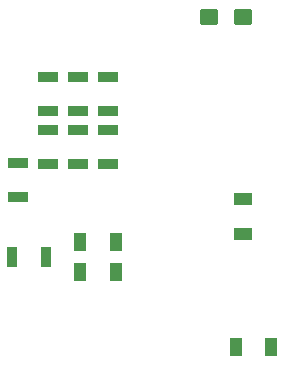
<source format=gbr>
G04 #@! TF.GenerationSoftware,KiCad,Pcbnew,(5.1.5)-3*
G04 #@! TF.CreationDate,2020-06-20T17:54:41+02:00*
G04 #@! TF.ProjectId,openXsensor,6f70656e-5873-4656-9e73-6f722e6b6963,rev?*
G04 #@! TF.SameCoordinates,Original*
G04 #@! TF.FileFunction,Paste,Top*
G04 #@! TF.FilePolarity,Positive*
%FSLAX46Y46*%
G04 Gerber Fmt 4.6, Leading zero omitted, Abs format (unit mm)*
G04 Created by KiCad (PCBNEW (5.1.5)-3) date 2020-06-20 17:54:41*
%MOMM*%
%LPD*%
G04 APERTURE LIST*
%ADD10C,0.100000*%
%ADD11R,1.600000X1.000000*%
%ADD12R,1.000000X1.600000*%
%ADD13R,1.700000X0.900000*%
%ADD14R,0.900000X1.700000*%
G04 APERTURE END LIST*
D10*
G36*
X160582005Y-84416204D02*
G01*
X160606273Y-84419804D01*
X160630072Y-84425765D01*
X160653171Y-84434030D01*
X160675350Y-84444520D01*
X160696393Y-84457132D01*
X160716099Y-84471747D01*
X160734277Y-84488223D01*
X160750753Y-84506401D01*
X160765368Y-84526107D01*
X160777980Y-84547150D01*
X160788470Y-84569329D01*
X160796735Y-84592428D01*
X160802696Y-84616227D01*
X160806296Y-84640495D01*
X160807500Y-84664999D01*
X160807500Y-85515001D01*
X160806296Y-85539505D01*
X160802696Y-85563773D01*
X160796735Y-85587572D01*
X160788470Y-85610671D01*
X160777980Y-85632850D01*
X160765368Y-85653893D01*
X160750753Y-85673599D01*
X160734277Y-85691777D01*
X160716099Y-85708253D01*
X160696393Y-85722868D01*
X160675350Y-85735480D01*
X160653171Y-85745970D01*
X160630072Y-85754235D01*
X160606273Y-85760196D01*
X160582005Y-85763796D01*
X160557501Y-85765000D01*
X159482499Y-85765000D01*
X159457995Y-85763796D01*
X159433727Y-85760196D01*
X159409928Y-85754235D01*
X159386829Y-85745970D01*
X159364650Y-85735480D01*
X159343607Y-85722868D01*
X159323901Y-85708253D01*
X159305723Y-85691777D01*
X159289247Y-85673599D01*
X159274632Y-85653893D01*
X159262020Y-85632850D01*
X159251530Y-85610671D01*
X159243265Y-85587572D01*
X159237304Y-85563773D01*
X159233704Y-85539505D01*
X159232500Y-85515001D01*
X159232500Y-84664999D01*
X159233704Y-84640495D01*
X159237304Y-84616227D01*
X159243265Y-84592428D01*
X159251530Y-84569329D01*
X159262020Y-84547150D01*
X159274632Y-84526107D01*
X159289247Y-84506401D01*
X159305723Y-84488223D01*
X159323901Y-84471747D01*
X159343607Y-84457132D01*
X159364650Y-84444520D01*
X159386829Y-84434030D01*
X159409928Y-84425765D01*
X159433727Y-84419804D01*
X159457995Y-84416204D01*
X159482499Y-84415000D01*
X160557501Y-84415000D01*
X160582005Y-84416204D01*
G37*
G36*
X157707005Y-84416204D02*
G01*
X157731273Y-84419804D01*
X157755072Y-84425765D01*
X157778171Y-84434030D01*
X157800350Y-84444520D01*
X157821393Y-84457132D01*
X157841099Y-84471747D01*
X157859277Y-84488223D01*
X157875753Y-84506401D01*
X157890368Y-84526107D01*
X157902980Y-84547150D01*
X157913470Y-84569329D01*
X157921735Y-84592428D01*
X157927696Y-84616227D01*
X157931296Y-84640495D01*
X157932500Y-84664999D01*
X157932500Y-85515001D01*
X157931296Y-85539505D01*
X157927696Y-85563773D01*
X157921735Y-85587572D01*
X157913470Y-85610671D01*
X157902980Y-85632850D01*
X157890368Y-85653893D01*
X157875753Y-85673599D01*
X157859277Y-85691777D01*
X157841099Y-85708253D01*
X157821393Y-85722868D01*
X157800350Y-85735480D01*
X157778171Y-85745970D01*
X157755072Y-85754235D01*
X157731273Y-85760196D01*
X157707005Y-85763796D01*
X157682501Y-85765000D01*
X156607499Y-85765000D01*
X156582995Y-85763796D01*
X156558727Y-85760196D01*
X156534928Y-85754235D01*
X156511829Y-85745970D01*
X156489650Y-85735480D01*
X156468607Y-85722868D01*
X156448901Y-85708253D01*
X156430723Y-85691777D01*
X156414247Y-85673599D01*
X156399632Y-85653893D01*
X156387020Y-85632850D01*
X156376530Y-85610671D01*
X156368265Y-85587572D01*
X156362304Y-85563773D01*
X156358704Y-85539505D01*
X156357500Y-85515001D01*
X156357500Y-84664999D01*
X156358704Y-84640495D01*
X156362304Y-84616227D01*
X156368265Y-84592428D01*
X156376530Y-84569329D01*
X156387020Y-84547150D01*
X156399632Y-84526107D01*
X156414247Y-84506401D01*
X156430723Y-84488223D01*
X156448901Y-84471747D01*
X156468607Y-84457132D01*
X156489650Y-84444520D01*
X156511829Y-84434030D01*
X156534928Y-84425765D01*
X156558727Y-84419804D01*
X156582995Y-84416204D01*
X156607499Y-84415000D01*
X157682501Y-84415000D01*
X157707005Y-84416204D01*
G37*
D11*
X160020000Y-103505000D03*
X160020000Y-100505000D03*
D12*
X162385000Y-113030000D03*
X159385000Y-113030000D03*
X149225000Y-106680000D03*
X146225000Y-106680000D03*
X146225000Y-104140000D03*
X149225000Y-104140000D03*
D13*
X143510000Y-94636000D03*
X143510000Y-97536000D03*
X146050000Y-97536000D03*
X146050000Y-94636000D03*
X148590000Y-94636000D03*
X148590000Y-97536000D03*
X143510000Y-93091000D03*
X143510000Y-90191000D03*
X146050000Y-90191000D03*
X146050000Y-93091000D03*
X148590000Y-90191000D03*
X148590000Y-93091000D03*
X140970000Y-100330000D03*
X140970000Y-97430000D03*
D14*
X140462000Y-105410000D03*
X143362000Y-105410000D03*
M02*

</source>
